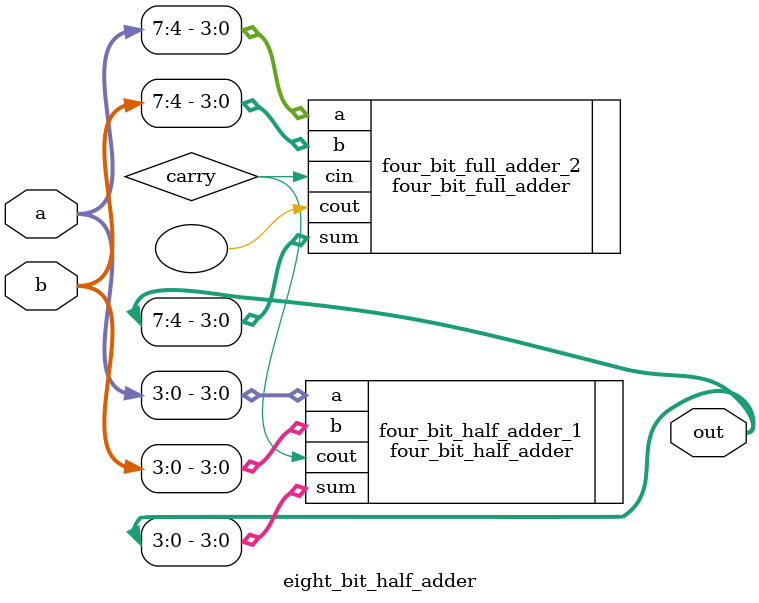
<source format=v>
`timescale 1ns / 1ps

module eight_bit_half_adder(a, b, out); // no carry in/out
    input [7:0] a;
    input [7:0] b;
    output [7:0] out;
    
    wire carry;
    
    four_bit_half_adder four_bit_half_adder_1(.a(a[3:0]), .b(b[3:0]), .sum(out[3:0]), .cout(carry));
    four_bit_full_adder four_bit_full_adder_2(.a(a[7:4]), .b(b[7:4]), .cin(carry), .sum(out[7:4]), .cout());

endmodule

</source>
